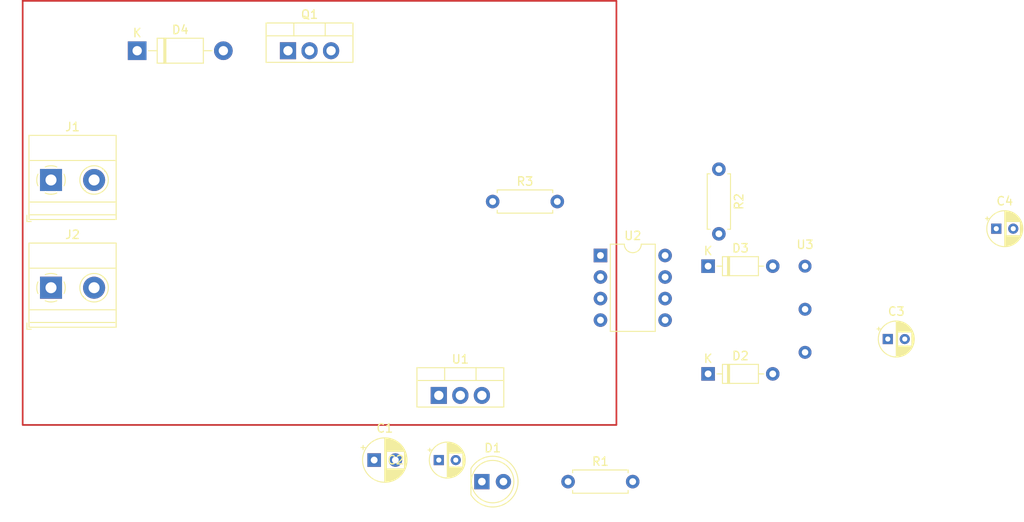
<source format=kicad_pcb>
(kicad_pcb (version 20211014) (generator pcbnew)
  (title_block (title "555-pwm-motor-driver") (date "2022-09-11") (rev "1") (company "GFW") (comment 4 "Author: Felix Gateru"))
  (layers (0 "F.Cu" signal) (31 "B.Cu" signal) (34 "B.Paste" user) (35 "F.Paste" user) (36 "B.SilkS" user "B.Silkscreen") (37 "F.SilkS" user "F.Silkscreen") (38 "B.Mask" user) (39 "F.Mask" user) (44 "Edge.Cuts" user))
  (net 0 "")
  (net 1 "12V")
  (net 2 "GND")
  (net 3 "5V")
  (net 4 "Net-(C3-Pad2)")
  (net 5 "Net-(C4-Pad1)")
  (net 6 "Net-(D1-Pad2)")
  (net 7 "Net-(D2-Pad1)")
  (net 8 "Net-(D2-Pad2)")
  (net 9 "Net-(D3-Pad2)")
  (net 10 "Net-(D4-Pad2)")
  (net 11 "Q")
  (footprint "Capacitor_THT:CP_Radial_D4.0mm_P2.00mm" (layer "F.Cu") (at 164.785026 76.86)
    (fp_text reference "C4" (at 1 -3.25) (layer "F.SilkS"))
    (fp_text value "CAP")
    (fp_line (start 1.16 -2.074) (end 1.16 2.074) (layer "F.SilkS") (width 0.12))
    (fp_line (start 2.601 0.84) (end 2.601 1.351) (layer "F.SilkS") (width 0.12))
    (fp_line (start 2.081 0.84) (end 2.081 1.785) (layer "F.SilkS") (width 0.12))
    (fp_line (start 3.001 -0.664) (end 3.001 0.664) (layer "F.SilkS") (width 0.12))
    (fp_line (start 1.44 0.84) (end 1.44 2.034) (layer "F.SilkS") (width 0.12))
    (fp_line (start 2.801 0.84) (end 2.801 1.08) (layer "F.SilkS") (width 0.12))
    (fp_line (start 1.841 -1.907) (end 1.841 -0.84) (layer "F.SilkS") (width 0.12))
    (fp_line (start 1.28 -2.062) (end 1.28 -0.84) (layer "F.SilkS") (width 0.12))
    (fp_line (start 1.4 0.84) (end 1.4 2.042) (layer "F.SilkS") (width 0.12))
    (fp_line (start 2.841 -1.013) (end 2.841 1.013) (layer "F.SilkS") (width 0.12))
    (fp_line (start 2.321 0.84) (end 2.321 1.619) (layer "F.SilkS") (width 0.12))
    (fp_line (start 1.921 0.84) (end 1.921 1.87) (layer "F.SilkS") (width 0.12))
    (fp_line (start 1.4 -2.042) (end 1.4 -0.84) (layer "F.SilkS") (width 0.12))
    (fp_line (start 1.2 -2.071) (end 1.2 -0.84) (layer "F.SilkS") (width 0.12))
    (fp_line (start 1.36 0.84) (end 1.36 2.05) (layer "F.SilkS") (width 0.12))
    (fp_line (start 2.281 0.84) (end 2.281 1.65) (layer "F.SilkS") (width 0.12))
    (fp_line (start 1.961 -1.851) (end 1.961 -0.84) (layer "F.SilkS") (width 0.12))
    (fp_line (start 2.001 0.84) (end 2.001 1.83) (layer "F.SilkS") (width 0.12))
    (fp_line (start 2.681 0.84) (end 2.681 1.254) (layer "F.SilkS") (width 0.12))
    (fp_line (start 1.841 0.84) (end 1.841 1.907) (layer "F.SilkS") (width 0.12))
    (fp_line (start 1.56 0.84) (end 1.56 2.005) (layer "F.SilkS") (width 0.12))
    (fp_line (start 1.801 0.84) (end 1.801 1.924) (layer "F.SilkS") (width 0.12))
    (fp_line (start 1.48 -2.025) (end 1.48 -0.84) (layer "F.SilkS") (width 0.12))
    (fp_line (start 2.041 0.84) (end 2.041 1.808) (layer "F.SilkS") (width 0.12))
    (fp_line (start 2.441 -1.516) (end 2.441 -0.84) (layer "F.SilkS") (width 0.12))
    (fp_line (start 1.881 -1.889) (end 1.881 -0.84) (layer "F.SilkS") (width 0.12))
    (fp_line (start 1 -2.08) (end 1 2.08) (layer "F.SilkS") (width 0.12))
    (fp_line (start 1.24 0.84) (end 1.24 2.067) (layer "F.SilkS") (width 0.12))
    (fp_line (start 1.52 -2.016) (end 1.52 -0.84) (layer "F.SilkS") (width 0.12))
    (fp_line (start 1.04 -2.08) (end 1.04 2.08) (layer "F.SilkS") (width 0.12))
    (fp_line (start 2.761 0.84) (end 2.761 1.142) (layer "F.SilkS") (width 0.12))
    (fp_line (start 1.761 -1.94) (end 1.761 -0.84) (layer "F.SilkS") (width 0.12))
    (fp_line (start -1.269801 -1.195) (end -0.869801 -1.195) (layer "F.SilkS") (width 0.12))
    (fp_line (start 2.881 -0.94) (end 2.881 0.94) (layer "F.SilkS") (width 0.12))
    (fp_line (start 2.241 0.84) (end 2.241 1.68) (layer "F.SilkS") (width 0.12))
    (fp_line (start 2.481 -1.478) (end 2.481 -0.84) (layer "F.SilkS") (width 0.12))
    (fp_line (start 2.721 -1.2) (end 2.721 -0.84) (layer "F.SilkS") (width 0.12))
    (fp_line (start 1.48 0.84) (end 1.48 2.025) (layer "F.SilkS") (width 0.12))
    (fp_line (start 2.081 -1.785) (end 2.081 -0.84) (layer "F.SilkS") (width 0.12))
    (fp_line (start 2.561 -1.396) (end 2.561 -0.84) (layer "F.SilkS") (width 0.12))
    (fp_line (start 1.2 0.84) (end 1.2 2.071) (layer "F.SilkS") (width 0.12))
    (fp_line (start 2.161 0.84) (end 2.161 1.735) (layer "F.SilkS") (width 0.12))
    (fp_line (start 2.161 -1.735) (end 2.161 -0.84) (layer "F.SilkS") (width 0.12))
    (fp_line (start 1.721 -1.954) (end 1.721 -0.84) (layer "F.SilkS") (width 0.12))
    (fp_line (start 2.401 -1.552) (end 2.401 -0.84) (layer "F.SilkS") (width 0.12))
    (fp_line (start 2.361 0.84) (end 2.361 1.587) (layer "F.SilkS") (width 0.12))
    (fp_line (start 3.081 -0.37) (end 3.081 0.37) (layer "F.SilkS") (width 0.12))
    (fp_line (start 1.64 0.84) (end 1.64 1.982) (layer "F.SilkS") (width 0.12))
    (fp_line (start 2.601 -1.351) (end 2.601 -0.84) (layer "F.SilkS") (width 0.12))
    (fp_line (start 1.32 -2.056) (end 1.32 -0.84) (layer "F.SilkS") (width 0.12))
    (fp_line (start 2.241 -1.68) (end 2.241 -0.84) (layer "F.SilkS") (width 0.12))
    (fp_line (start 2.521 -1.438) (end 2.521 -0.84) (layer "F.SilkS") (width 0.12))
    (fp_line (start 2.201 0.84) (end 2.201 1.708) (layer "F.SilkS") (width 0.12))
    (fp_line (start 2.721 0.84) (end 2.721 1.2) (layer "F.SilkS") (width 0.12))
    (fp_line (start 1.36 -2.05) (end 1.36 -0.84) (layer "F.SilkS") (width 0.12))
    (fp_line (start 2.481 0.84) (end 2.481 1.478) (layer "F.SilkS") (width 0.12))
    (fp_line (start 1.12 -2.077) (end 1.12 2.077) (layer "F.SilkS") (width 0.12))
    (fp_line (start 1.32 0.84) (end 1.32 2.056) (layer "F.SilkS") (width 0.12))
    (fp_line (start 1.68 0.84) (end 1.68 1.968) (layer "F.SilkS") (width 0.12))
    (fp_line (start 1.64 -1.982) (end 1.64 -0.84) (layer "F.SilkS") (width 0.12))
    (fp_line (start 2.281 -1.65) (end 2.281 -0.84) (layer "F.SilkS") (width 0.12))
    (fp_line (start 1.44 -2.034) (end 1.44 -0.84) (layer "F.SilkS") (width 0.12))
    (fp_line (start 2.041 -1.808) (end 2.041 -0.84) (layer "F.SilkS") (width 0.12))
    (fp_line (start 2.681 -1.254) (end 2.681 -0.84) (layer "F.SilkS") (width 0.12))
    (fp_line (start 2.641 0.84) (end 2.641 1.304) (layer "F.SilkS") (width 0.12))
    (fp_line (start 1.08 -2.079) (end 1.08 2.079) (layer "F.SilkS") (width 0.12))
    (fp_line (start 1.6 0.84) (end 1.6 1.994) (layer "F.SilkS") (width 0.12))
    (fp_line (start 2.401 0.84) (end 2.401 1.552) (layer "F.SilkS") (width 0.12))
    (fp_line (start 2.801 -1.08) (end 2.801 -0.84) (layer "F.SilkS") (width 0.12))
    (fp_line (start 1.921 -1.87) (end 1.921 -0.84) (layer "F.SilkS") (width 0.12))
    (fp_line (start 1.761 0.84) (end 1.761 1.94) (layer "F.SilkS") (width 0.12))
    (fp_line (start 1.721 0.84) (end 1.721 1.954) (layer "F.SilkS") (width 0.12))
    (fp_line (start 2.561 0.84) (end 2.561 1.396) (layer "F.SilkS") (width 0.12))
    (fp_line (start 1.56 -2.005) (end 1.56 -0.84) (layer "F.SilkS") (width 0.12))
    (fp_line (start 3.041 -0.537) (end 3.041 0.537) (layer "F.SilkS") (width 0.12))
    (fp_line (start 2.521 0.84) (end 2.521 1.438) (layer "F.SilkS") (width 0.12))
    (fp_line (start 2.121 -1.76) (end 2.121 -0.84) (layer "F.SilkS") (width 0.12))
    (fp_line (start 1.68 -1.968) (end 1.68 -0.84) (layer "F.SilkS") (width 0.12))
    (fp_line (start 2.001 -1.83) (end 2.001 -0.84) (layer "F.SilkS") (width 0.12))
    (fp_line (start -1.069801 -1.395) (end -1.069801 -0.995) (layer "F.SilkS") (width 0.12))
    (fp_line (start 2.121 0.84) (end 2.121 1.76) (layer "F.SilkS") (width 0.12))
    (fp_line (start 1.801 -1.924) (end 1.801 -0.84) (layer "F.SilkS") (width 0.12))
    (fp_line (start 1.28 0.84) (end 1.28 2.062) (layer "F.SilkS") (width 0.12))
    (fp_line (start 1.881 0.84) (end 1.881 1.889) (layer "F.SilkS") (width 0.12))
    (fp_line (start 1.6 -1.994) (end 1.6 -0.84) (layer "F.SilkS") (width 0.12))
    (fp_line (start 2.201 -1.708) (end 2.201 -0.84) (layer "F.SilkS") (width 0.12))
    (fp_line (start 1.52 0.84) (end 1.52 2.016) (layer "F.SilkS") (width 0.12))
    (fp_line (start 2.641 -1.304) (end 2.641 -0.84) (layer "F.SilkS") (width 0.12))
    (fp_line (start 2.321 -1.619) (end 2.321 -0.84) (layer "F.SilkS") (width 0.12))
    (fp_line (start 2.921 -0.859) (end 2.921 0.859) (layer "F.SilkS") (width 0.12))
    (fp_line (start 2.961 -0.768) (end 2.961 0.768) (layer "F.SilkS") (width 0.12))
    (fp_line (start 1.961 0.84) (end 1.961 1.851) (layer "F.SilkS") (width 0.12))
    (fp_line (start 2.441 0.84) (end 2.441 1.516) (layer "F.SilkS") (width 0.12))
    (fp_line (start 2.361 -1.587) (end 2.361 -0.84) (layer "F.SilkS") (width 0.12))
    (fp_line (start 1.24 -2.067) (end 1.24 -0.84) (layer "F.SilkS") (width 0.12))
    (fp_line (start 2.761 -1.142) (end 2.761 -0.84) (layer "F.SilkS") (width 0.12))
    (fp_circle (center 1 0) (end 3.12 0) (layer "F.SilkS") (width 0.12) (fill none))
    (pad "1" thru_hole rect (at 0 0) (size 1.2 1.2) (drill 0.6) (layers *.Cu *.Mask) (net 5 "Net-(C4-Pad1)"))
    (pad "2" thru_hole circle (at 2 0) (size 1.2 1.2) (drill 0.6) (layers *.Cu *.Mask) (net 2 "GND"))
  )
  (footprint "Package_TO_SOT_THT:TO-220-3_Vertical" (layer "F.Cu") (at 99.06 96.52)
    (fp_text reference "U1" (at 2.54 -4.27) (layer "F.SilkS"))
    (fp_text value "LM7805_TO220")
    (fp_line (start -2.58 1.371) (end 7.66 1.371) (layer "F.SilkS") (width 0.12))
    (fp_line (start -2.58 -1.76) (end 7.66 -1.76) (layer "F.SilkS") (width 0.12))
    (fp_line (start 7.66 -3.27) (end 7.66 1.371) (layer "F.SilkS") (width 0.12))
    (fp_line (start -2.58 -3.27) (end -2.58 1.371) (layer "F.SilkS") (width 0.12))
    (fp_line (start 4.391 -3.27) (end 4.391 -1.76) (layer "F.SilkS") (width 0.12))
    (fp_line (start 0.69 -3.27) (end 0.69 -1.76) (layer "F.SilkS") (width 0.12))
    (fp_line (start -2.58 -3.27) (end 7.66 -3.27) (layer "F.SilkS") (width 0.12))
    (pad "1" thru_hole rect (at 0 0) (size 1.905 2) (drill 1.1) (layers *.Cu *.Mask) (net 1 "12V"))
    (pad "2" thru_hole oval (at 2.54 0) (size 1.905 2) (drill 1.1) (layers *.Cu *.Mask) (net 2 "GND"))
    (pad "3" thru_hole oval (at 5.08 0) (size 1.905 2) (drill 1.1) (layers *.Cu *.Mask) (net 3 "5V"))
  )
  (footprint "Resistor_THT:R_Axial_DIN0207_L6.3mm_D2.5mm_P7.62mm_Horizontal" (layer "F.Cu") (at 105.41 73.66)
    (fp_text reference "R3" (at 3.81 -2.37) (layer "F.SilkS"))
    (fp_text value "R")
    (fp_line (start 0.54 1.37) (end 7.08 1.37) (layer "F.SilkS") (width 0.12))
    (fp_line (start 0.54 -1.04) (end 0.54 -1.37) (layer "F.SilkS") (width 0.12))
    (fp_line (start 7.08 1.37) (end 7.08 1.04) (layer "F.SilkS") (width 0.12))
    (fp_line (start 0.54 1.04) (end 0.54 1.37) (layer "F.SilkS") (width 0.12))
    (fp_line (start 0.54 -1.37) (end 7.08 -1.37) (layer "F.SilkS") (width 0.12))
    (fp_line (start 7.08 -1.37) (end 7.08 -1.04) (layer "F.SilkS") (width 0.12))
    (pad "1" thru_hole circle (at 0 0) (size 1.6 1.6) (drill 0.8) (layers *.Cu *.Mask) (net 11 "Q"))
    (pad "2" thru_hole oval (at 7.62 0) (size 1.6 1.6) (drill 0.8) (layers *.Cu *.Mask) (net 2 "GND"))
  )
  (footprint "Diode_THT:D_DO-35_SOD27_P7.62mm_Horizontal" (layer "F.Cu") (at 130.81 81.28)
    (fp_text reference "D3" (at 3.81 -2.12) (layer "F.SilkS"))
    (fp_text value "1N4148")
    (fp_text user "K" (at 0 -1.8) (layer "F.SilkS"))
    (fp_line (start 2.41 -1.12) (end 2.41 1.12) (layer "F.SilkS") (width 0.12))
    (fp_line (start 6.58 0) (end 5.93 0) (layer "F.SilkS") (width 0.12))
    (fp_line (start 1.69 -1.12) (end 1.69 1.12) (layer "F.SilkS") (width 0.12))
    (fp_line (start 2.29 -1.12) (end 2.29 1.12) (layer "F.SilkS") (width 0.12))
    (fp_line (start 5.93 1.12) (end 5.93 -1.12) (layer "F.SilkS") (width 0.12))
    (fp_line (start 5.93 -1.12) (end 1.69 -1.12) (layer "F.SilkS") (width 0.12))
    (fp_line (start 1.69 1.12) (end 5.93 1.12) (layer "F.SilkS") (width 0.12))
    (fp_line (start 2.53 -1.12) (end 2.53 1.12) (layer "F.SilkS") (width 0.12))
    (fp_line (start 1.04 0) (end 1.69 0) (layer "F.SilkS") (width 0.12))
    (pad "1" thru_hole rect (at 0 0) (size 1.6 1.6) (drill 0.8) (layers *.Cu *.Mask) (net 8 "Net-(D2-Pad2)"))
    (pad "2" thru_hole oval (at 7.62 0) (size 1.6 1.6) (drill 0.8) (layers *.Cu *.Mask) (net 9 "Net-(D3-Pad2)"))
  )
  (footprint "Resistor_THT:R_Axial_DIN0207_L6.3mm_D2.5mm_P7.62mm_Horizontal" (layer "F.Cu") (at 132.08 69.85 -90)
    (fp_text reference "R2" (at 3.81 -2.37 90) (layer "F.SilkS"))
    (fp_text value "R")
    (fp_line (start 0.54 -1.04) (end 0.54 -1.37) (layer "F.SilkS") (width 0.12))
    (fp_line (start 0.54 1.37) (end 7.08 1.37) (layer "F.SilkS") (width 0.12))
    (fp_line (start 7.08 1.37) (end 7.08 1.04) (layer "F.SilkS") (width 0.12))
    (fp_line (start 0.54 -1.37) (end 7.08 -1.37) (layer "F.SilkS") (width 0.12))
    (fp_line (start 7.08 -1.37) (end 7.08 -1.04) (layer "F.SilkS") (width 0.12))
    (fp_line (start 0.54 1.04) (end 0.54 1.37) (layer "F.SilkS") (width 0.12))
    (pad "1" thru_hole circle (at 0 0 270) (size 1.6 1.6) (drill 0.8) (layers *.Cu *.Mask) (net 3 "5V"))
    (pad "2" thru_hole oval (at 7.62 0 270) (size 1.6 1.6) (drill 0.8) (layers *.Cu *.Mask) (net 8 "Net-(D2-Pad2)"))
  )
  (footprint "Diode_THT:D_DO-35_SOD27_P7.62mm_Horizontal" (layer "F.Cu") (at 130.81 93.98)
    (fp_text reference "D2" (at 3.81 -2.12) (layer "F.SilkS"))
    (fp_text value "1N4148")
    (fp_text user "K" (at 0 -1.8) (layer "F.SilkS"))
    (fp_line (start 2.29 -1.12) (end 2.29 1.12) (layer "F.SilkS") (width 0.12))
    (fp_line (start 1.04 0) (end 1.69 0) (layer "F.SilkS") (width 0.12))
    (fp_line (start 2.53 -1.12) (end 2.53 1.12) (layer "F.SilkS") (width 0.12))
    (fp_line (start 5.93 -1.12) (end 1.69 -1.12) (layer "F.SilkS") (width 0.12))
    (fp_line (start 5.93 1.12) (end 5.93 -1.12) (layer "F.SilkS") (width 0.12))
    (fp_line (start 1.69 -1.12) (end 1.69 1.12) (layer "F.SilkS") (width 0.12))
    (fp_line (start 2.41 -1.12) (end 2.41 1.12) (layer "F.SilkS") (width 0.12))
    (fp_line (start 1.69 1.12) (end 5.93 1.12) (layer "F.SilkS") (width 0.12))
    (fp_line (start 6.58 0) (end 5.93 0) (layer "F.SilkS") (width 0.12))
    (pad "1" thru_hole rect (at 0 0) (size 1.6 1.6) (drill 0.8) (layers *.Cu *.Mask) (net 7 "Net-(D2-Pad1)"))
    (pad "2" thru_hole oval (at 7.62 0) (size 1.6 1.6) (drill 0.8) (layers *.Cu *.Mask) (net 8 "Net-(D2-Pad2)"))
  )
  (footprint "LED_THT:LED_D5.0mm" (layer "F.Cu") (at 104.14 106.68)
    (fp_text reference "D1" (at 1.27 -3.96) (layer "F.SilkS"))
    (fp_text value "LED")
    (fp_line (start -1.29 -1.545) (end -1.29 1.545) (layer "F.SilkS") (width 0.12))
    (fp_arc (start -1.29 -1.54483) (mid 2.072002 -2.880433) (end 4.26 0.000462) (layer "F.SilkS") (width 0.12))
    (fp_arc (start 4.26 -0.000462) (mid 2.072002 2.880433) (end -1.29 1.54483) (layer "F.SilkS") (width 0.12))
    (fp_circle (center 1.27 0) (end 3.77 0) (layer "F.SilkS") (width 0.12) (fill none))
    (pad "1" thru_hole rect (at 0 0) (size 1.8 1.8) (drill 0.9) (layers *.Cu *.Mask) (net 3 "5V"))
    (pad "2" thru_hole circle (at 2.54 0) (size 1.8 1.8) (drill 0.9) (layers *.Cu *.Mask) (net 6 "Net-(D1-Pad2)"))
  )
  (footprint "Capacitor_THT:CP_Radial_D4.0mm_P2.00mm" (layer "F.Cu") (at 151.995026 89.87)
    (fp_text reference "C3" (at 1 -3.25) (layer "F.SilkS"))
    (fp_text value "CAP")
    (fp_line (start 1.64 -1.982) (end 1.64 -0.84) (layer "F.SilkS") (width 0.12))
    (fp_line (start 2.081 0.84) (end 2.081 1.785) (layer "F.SilkS") (width 0.12))
    (fp_line (start 1.881 -1.889) (end 1.881 -0.84) (layer "F.SilkS") (width 0.12))
    (fp_line (start 2.801 0.84) (end 2.801 1.08) (layer "F.SilkS") (width 0.12))
    (fp_line (start 1.961 0.84) (end 1.961 1.851) (layer "F.SilkS") (width 0.12))
    (fp_line (start 1.04 -2.08) (end 1.04 2.08) (layer "F.SilkS") (width 0.12))
    (fp_line (start 2.641 0.84) (end 2.641 1.304) (layer "F.SilkS") (width 0.12))
    (fp_line (start 2.481 -1.478) (end 2.481 -0.84) (layer "F.SilkS") (width 0.12))
    (fp_line (start 2.041 -1.808) (end 2.041 -0.84) (layer "F.SilkS") (width 0.12))
    (fp_line (start 1.36 -2.05) (end 1.36 -0.84) (layer "F.SilkS") (width 0.12))
    (fp_line (start 2.201 -1.708) (end 2.201 -0.84) (layer "F.SilkS") (width 0.12))
    (fp_line (start 1.921 0.84) (end 1.921 1.87) (layer "F.SilkS") (width 0.12))
    (fp_line (start 2.401 -1.552) (end 2.401 -0.84) (layer "F.SilkS") (width 0.12))
    (fp_line (start 2.881 -0.94) (end 2.881 0.94) (layer "F.SilkS") (width 0.12))
    (fp_line (start 2.761 -1.142) (end 2.761 -0.84) (layer "F.SilkS") (width 0.12))
    (fp_line (start 2.721 0.84) (end 2.721 1.2) (layer "F.SilkS") (width 0.12))
    (fp_line (start 2.361 -1.587) (end 2.361 -0.84) (layer "F.SilkS") (width 0.12))
    (fp_line (start 2.041 0.84) (end 2.041 1.808) (layer "F.SilkS") (width 0.12))
    (fp_line (start 2.681 0.84) (end 2.681 1.254) (layer "F.SilkS") (width 0.12))
    (fp_line (start 2.481 0.84) (end 2.481 1.478) (layer "F.SilkS") (width 0.12))
    (fp_line (start 1.08 -2.079) (end 1.08 2.079) (layer "F.SilkS") (width 0.12))
    (fp_line (start 1.2 -2.071) (end 1.2 -0.84) (layer "F.SilkS") (width 0.12))
    (fp_line (start 1.28 0.84) (end 1.28 2.062) (layer "F.SilkS") (width 0.12))
    (fp_line (start 3.001 -0.664) (end 3.001 0.664) (layer "F.SilkS") (width 0.12))
    (fp_line (start 1.44 -2.034) (end 1.44 -0.84) (layer "F.SilkS") (width 0.12))
    (fp_line (start -1.069801 -1.395) (end -1.069801 -0.995) (layer "F.SilkS") (width 0.12))
    (fp_line (start 2.641 -1.304) (end 2.641 -0.84) (layer "F.SilkS") (width 0.12))
    (fp_line (start 1.32 0.84) (end 1.32 2.056) (layer "F.SilkS") (width 0.12))
    (fp_line (start 2.121 0.84) (end 2.121 1.76) (layer "F.SilkS") (width 0.12))
    (fp_line (start 2.801 -1.08) (end 2.801 -0.84) (layer "F.SilkS") (width 0.12))
    (fp_line (start 2.441 -1.516) (end 2.441 -0.84) (layer "F.SilkS") (width 0.12))
    (fp_line (start 2.281 -1.65) (end 2.281 -0.84) (layer "F.SilkS") (width 0.12))
    (fp_line (start -1.269801 -1.195) (end -0.869801 -1.195) (layer "F.SilkS") (width 0.12))
    (fp_line (start 2.241 -1.68) (end 2.241 -0.84) (layer "F.SilkS") (width 0.12))
    (fp_line (start 1.4 0.84) (end 1.4 2.042) (layer "F.SilkS") (width 0.12))
    (fp_line (start 2.721 -1.2) (end 2.721 -0.84) (layer "F.SilkS") (width 0.12))
    (fp_line (start 2.321 0.84) (end 2.321 1.619) (layer "F.SilkS") (width 0.12))
    (fp_line (start 1.841 -1.907) (end 1.841 -0.84) (layer "F.SilkS") (width 0.12))
    (fp_line (start 1.16 -2.074) (end 1.16 2.074) (layer "F.SilkS") (width 0.12))
    (fp_line (start 1.2 0.84) (end 1.2 2.071) (layer "F.SilkS") (width 0.12))
    (fp_line (start 1.12 -2.077) (end 1.12 2.077) (layer "F.SilkS") (width 0.12))
    (fp_line (start 1.48 -2.025) (end 1.48 -0.84) (layer "F.SilkS") (width 0.12))
    (fp_line (start 2.921 -0.859) (end 2.921 0.859) (layer "F.SilkS") (width 0.12))
    (fp_line (start 1.56 0.84) (end 1.56 2.005) (layer "F.SilkS") (width 0.12))
    (fp_line (start 2.521 -1.438) (end 2.521 -0.84) (layer "F.SilkS") (width 0.12))
    (fp_line (start 2.761 0.84) (end 2.761 1.142) (layer "F.SilkS") (width 0.12))
    (fp_line (start 1.52 -2.016) (end 1.52 -0.84) (layer "F.SilkS") (width 0.12))
    (fp_line (start 1.68 0.84) (end 1.68 1.968) (layer "F.SilkS") (width 0.12))
    (fp_line (start 3.041 -0.537) (end 3.041 0.537) (layer "F.SilkS") (width 0.12))
    (fp_line (start 2.121 -1.76) (end 2.121 -0.84) (layer "F.SilkS") (width 0.12))
    (fp_line (start 2.321 -1.619) (end 2.321 -0.84) (layer "F.SilkS") (width 0.12))
    (fp_line (start 1.68 -1.968) (end 1.68 -0.84) (layer "F.SilkS") (width 0.12))
    (fp_line (start 1.24 -2.067) (end 1.24 -0.84) (layer "F.SilkS") (width 0.12))
    (fp_line (start 1 -2.08) (end 1 2.08) (layer "F.SilkS") (width 0.12))
    (fp_line (start 1.6 -1.994) (end 1.6 -0.84) (layer "F.SilkS") (width 0.12))
    (fp_line (start 2.601 0.84) (end 2.601 1.351) (layer "F.SilkS") (width 0.12))
    (fp_line (start 1.24 0.84) (end 1.24 2.067) (layer "F.SilkS") (width 0.12))
    (fp_line (start 2.961 -0.768) (end 2.961 0.768) (layer "F.SilkS") (width 0.12))
    (fp_line (start 1.44 0.84) (end 1.44 2.034) (layer "F.SilkS") (width 0.12))
    (fp_line (start 2.361 0.84) (end 2.361 1.587) (layer "F.SilkS") (width 0.12))
    (fp_line (start 1.52 0.84) (end 1.52 2.016) (layer "F.SilkS") (width 0.12))
    (fp_line (start 2.601 -1.351) (end 2.601 -0.84) (layer "F.SilkS") (width 0.12))
    (fp_line (start 1.28 -2.062) (end 1.28 -0.84) (layer "F.SilkS") (width 0.12))
    (fp_line (start 2.201 0.84) (end 2.201 1.708) (layer "F.SilkS") (width 0.12))
    (fp_line (start 1.801 -1.924) (end 1.801 -0.84) (layer "F.SilkS") (width 0.12))
    (fp_line (start 2.001 0.84) (end 2.001 1.83) (layer "F.SilkS") (width 0.12))
    (fp_line (start 2.681 -1.254) (end 2.681 -0.84) (layer "F.SilkS") (width 0.12))
    (fp_line (start 1.801 0.84) (end 1.801 1.924) (layer "F.SilkS") (width 0.12))
    (fp_line (start 1.961 -1.851) (end 1.961 -0.84) (layer "F.SilkS") (width 0.12))
    (fp_line (start 2.441 0.84) (end 2.441 1.516) (layer "F.SilkS") (width 0.12))
    (fp_line (start 1.761 0.84) (end 1.761 1.94) (layer "F.SilkS") (width 0.12))
    (fp_line (start 2.561 -1.396) (end 2.561 -0.84) (layer "F.SilkS") (width 0.12))
    (fp_line (start 1.6 0.84) (end 1.6 1.994) (layer "F.SilkS") (width 0.12))
    (fp_line (start 1.56 -2.005) (end 1.56 -0.84) (layer "F.SilkS") (width 0.12))
    (fp_line (start 1.921 -1.87) (end 1.921 -0.84) (layer "F.SilkS") (width 0.12))
    (fp_line (start 2.281 0.84) (end 2.281 1.65) (layer "F.SilkS") (width 0.12))
    (fp_line (start 1.48 0.84) (end 1.48 2.025) (layer "F.SilkS") (width 0.12))
    (fp_line (start 2.001 -1.83) (end 2.001 -0.84) (layer "F.SilkS") (width 0.12))
    (fp_line (start 1.4 -2.042) (end 1.4 -0.84) (layer "F.SilkS") (width 0.12))
    (fp_line (start 1.841 0.84) (end 1.841 1.907) (layer "F.SilkS") (width 0.12))
    (fp_line (start 2.161 -1.735) (end 2.161 -0.84) (layer "F.SilkS") (width 0.12))
    (fp_line (start 2.561 0.84) (end 2.561 1.396) (layer "F.SilkS") (width 0.12))
    (fp_line (start 2.521 0.84) (end 2.521 1.438) (layer "F.SilkS") (width 0.12))
    (fp_line (start 2.841 -1.013) (end 2.841 1.013) (layer "F.SilkS") (width 0.12))
    (fp_line (start 1.761 -1.94) (end 1.761 -0.84) (layer "F.SilkS") (width 0.12))
    (fp_line (start 3.081 -0.37) (end 3.081 0.37) (layer "F.SilkS") (width 0.12))
    (fp_line (start 2.241 0.84) (end 2.241 1.68) (layer "F.SilkS") (width 0.12))
    (fp_line (start 1.721 -1.954) (end 1.721 -0.84) (layer "F.SilkS") (width 0.12))
    (fp_line (start 1.881 0.84) (end 1.881 1.889) (layer "F.SilkS") (width 0.12))
    (fp_line (start 1.36 0.84) (end 1.36 2.05) (layer "F.SilkS") (width 0.12))
    (fp_line (start 2.401 0.84) (end 2.401 1.552) (layer "F.SilkS") (width 0.12))
    (fp_line (start 1.721 0.84) (end 1.721 1.954) (layer "F.SilkS") (width 0.12))
    (fp_line (start 1.32 -2.056) (end 1.32 -0.84) (layer "F.SilkS") (width 0.12))
    (fp_line (start 2.081 -1.785) (end 2.081 -0.84) (layer "F.SilkS") (width 0.12))
    (fp_line (start 2.161 0.84) (end 2.161 1.735) (layer "F.SilkS") (width 0.12))
    (fp_line (start 1.64 0.84) (end 1.64 1.982) (layer "F.SilkS") (width 0.12))
    (fp_circle (center 1 0) (end 3.12 0) (layer "F.SilkS") (width 0.12) (fill none))
    (pad "1" thru_hole rect (at 0 0) (size 1.2 1.2) (drill 0.6) (layers *.Cu *.Mask) (net 2 "GND"))
    (pad "2" thru_hole circle (at 2 0) (size 1.2 1.2) (drill 0.6) (layers *.Cu *.Mask) (net 4 "Net-(C3-Pad2)"))
  )
  (footprint "TerminalBlock_Phoenix:TerminalBlock_Phoenix_MKDS-1,5-2-5.08_1x02_P5.08mm_Horizontal" (layer "F.Cu") (at 53.34 83.82)
    (fp_text reference "J2" (at 2.54 -6.26) (layer "F.SilkS"))
    (fp_text value "Screw_Terminal_01x02")
    (fp_line (start 3.853 1.023) (end 3.806 1.069) (layer "F.SilkS") (width 0.12))
    (fp_line (start -2.6 -5.261) (end -2.6 4.66) (layer "F.SilkS") (width 0.12))
    (fp_line (start 4.046 1.239) (end 4.011 1.274) (layer "F.SilkS") (width 0.12))
    (fp_line (start 7.68 -5.261) (end 7.68 4.66) (layer "F.SilkS") (width 0.12))
    (fp_line (start -2.84 4.9) (end -2.34 4.9) (layer "F.SilkS") (width 0.12))
    (fp_line (start -2.6 -2.301) (end 7.68 -2.301) (layer "F.SilkS") (width 0.12))
    (fp_line (start -2.6 -5.261) (end 7.68 -5.261) (layer "F.SilkS") (width 0.12))
    (fp_line (start -2.6 4.1) (end 7.68 4.1) (layer "F.SilkS") (width 0.12))
    (fp_line (start -2.6 4.66) (end 7.68 4.66) (layer "F.SilkS") (width 0.12))
    (fp_line (start -2.6 2.6) (end 7.68 2.6) (layer "F.SilkS") (width 0.12))
    (fp_line (start 6.15 -1.275) (end 6.115 -1.239) (layer "F.SilkS") (width 0.12))
    (fp_line (start -2.84 4.16) (end -2.84 4.9) (layer "F.SilkS") (width 0.12))
    (fp_line (start 6.355 -1.069) (end 6.308 -1.023) (layer "F.SilkS") (width 0.12))
    (fp_arc (start -1.535427 0.683042) (mid -1.680501 -0.000524) (end -1.535 -0.684) (layer "F.SilkS") (width 0.12))
    (fp_arc (start -0.683042 -1.535427) (mid 0.000524 -1.680501) (end 0.684 -1.535) (layer "F.SilkS") (width 0.12))
    (fp_arc (start 0.683318 1.534756) (mid 0.349292 1.643288) (end 0 1.68) (layer "F.SilkS") (width 0.12))
    (fp_arc (start 0.028805 1.680253) (mid -0.335551 1.646659) (end -0.684 1.535) (layer "F.SilkS") (width 0.12))
    (fp_arc (start 1.535427 -0.683042) (mid 1.680501 0.000524) (end 1.535 0.684) (layer "F.SilkS") (width 0.12))
    (fp_circle (center 5.08 0) (end 6.76 0) (layer "F.SilkS") (width 0.12) (fill none))
    (pad "1" thru_hole rect (at 0 0) (size 2.6 2.6) (drill 1.3) (layers *.Cu *.Mask) (net 1 "12V"))
    (pad "2" thru_hole circle (at 5.08 0) (size 2.6 2.6) (drill 1.3) (layers *.Cu *.Mask) (net 10 "Net-(D4-Pad2)"))
  )
  (footprint "TerminalBlock_Phoenix:TerminalBlock_Phoenix_MKDS-1,5-2-5.08_1x02_P5.08mm_Horizontal" (layer "F.Cu") (at 53.34 71.12)
    (fp_text reference "J1" (at 2.54 -6.26) (layer "F.SilkS"))
    (fp_text value "Screw_Terminal_01x02")
    (fp_line (start 6.15 -1.275) (end 6.115 -1.239) (layer "F.SilkS") (width 0.12))
    (fp_line (start -2.84 4.9) (end -2.34 4.9) (layer "F.SilkS") (width 0.12))
    (fp_line (start 7.68 -5.261) (end 7.68 4.66) (layer "F.SilkS") (width 0.12))
    (fp_line (start -2.6 2.6) (end 7.68 2.6) (layer "F.SilkS") (width 0.12))
    (fp_line (start 4.046 1.239) (end 4.011 1.274) (layer "F.SilkS") (width 0.12))
    (fp_line (start -2.6 -2.301) (end 7.68 -2.301) (layer "F.SilkS") (width 0.12))
    (fp_line (start 6.355 -1.069) (end 6.308 -1.023) (layer "F.SilkS") (width 0.12))
    (fp_line (start -2.6 4.1) (end 7.68 4.1) (layer "F.SilkS") (width 0.12))
    (fp_line (start -2.84 4.16) (end -2.84 4.9) (layer "F.SilkS") (width 0.12))
    (fp_line (start -2.6 -5.261) (end 7.68 -5.261) (layer "F.SilkS") (width 0.12))
    (fp_line (start -2.6 4.66) (end 7.68 4.66) (layer "F.SilkS") (width 0.12))
    (fp_line (start -2.6 -5.261) (end -2.6 4.66) (layer "F.SilkS") (width 0.12))
    (fp_line (start 3.853 1.023) (end 3.806 1.069) (layer "F.SilkS") (width 0.12))
    (fp_arc (start -1.535427 0.683042) (mid -1.680501 -0.000524) (end -1.535 -0.684) (layer "F.SilkS") (width 0.12))
    (fp_arc (start 0.028805 1.680253) (mid -0.335551 1.646659) (end -0.684 1.535) (layer "F.SilkS") (width 0.12))
    (fp_arc (start 0.683318 1.534756) (mid 0.349292 1.643288) (end 0 1.68) (layer "F.SilkS") (width 0.12))
    (fp_arc (start 1.535427 -0.683042) (mid 1.680501 0.000524) (end 1.535 0.684) (layer "F.SilkS") (width 0.12))
    (fp_arc (start -0.683042 -1.535427) (mid 0.000524 -1.680501) (end 0.684 -1.535) (layer "F.SilkS") (width 0.12))
    (fp_circle (center 5.08 0) (end 6.76 0) (layer "F.SilkS") (width 0.12) (fill none))
    (pad "1" thru_hole rect (at 0 0) (size 2.6 2.6) (drill 1.3) (layers *.Cu *.Mask) (net 2 "GND"))
    (pad "2" thru_hole circle (at 5.08 0) (size 2.6 2.6) (drill 1.3) (layers *.Cu *.Mask) (net 1 "12V"))
  )
  (footprint "Diode_THT:D_DO-41_SOD81_P10.16mm_Horizontal" (layer "F.Cu") (at 63.5 55.88)
    (fp_text reference "D4" (at 5.08 -2.47) (layer "F.SilkS"))
    (fp_text value "1N4007")
    (fp_text user "K" (at 0 -2.1) (layer "F.SilkS"))
    (fp_line (start 2.36 1.47) (end 7.8 1.47) (layer "F.SilkS") (width 0.12))
    (fp_line (start 3.38 -1.47) (end 3.38 1.47) (layer "F.SilkS") (width 0.12))
    (fp_line (start 7.8 -1.47) (end 2.36 -1.47) (layer "F.SilkS") (width 0.12))
    (fp_line (start 8.82 0) (end 7.8 0) (layer "F.SilkS") (width 0.12))
    (fp_line (start 2.36 -1.47) (end 2.36 1.47) (layer "F.SilkS") (width 0.12))
    (fp_line (start 1.34 0) (end 2.36 0) (layer "F.SilkS") (width 0.12))
    (fp_line (start 7.8 1.47) (end 7.8 -1.47) (layer "F.SilkS") (width 0.12))
    (fp_line (start 3.26 -1.47) (end 3.26 1.47) (layer "F.SilkS") (width 0.12))
    (fp_line (start 3.14 -1.47) (end 3.14 1.47) (layer "F.SilkS") (width 0.12))
    (pad "1" thru_hole rect (at 0 0) (size 2.2 2.2) (drill 1.1) (layers *.Cu *.Mask) (net 1 "12V"))
    (pad "2" thru_hole oval (at 10.16 0) (size 2.2 2.2) (drill 1.1) (layers *.Cu *.Mask) (net 10 "Net-(D4-Pad2)"))
  )
  (footprint "Resistor_THT:R_Axial_DIN0207_L6.3mm_D2.5mm_P7.62mm_Horizontal" (layer "F.Cu") (at 114.3 106.68)
    (fp_text reference "R1" (at 3.81 -2.37) (layer "F.SilkS"))
    (fp_text value "R")
    (fp_line (start 0.54 1.04) (end 0.54 1.37) (layer "F.SilkS") (width 0.12))
    (fp_line (start 7.08 1.37) (end 7.08 1.04) (layer "F.SilkS") (width 0.12))
    (fp_line (start 0.54 1.37) (end 7.08 1.37) (layer "F.SilkS") (width 0.12))
    (fp_line (start 7.08 -1.37) (end 7.08 -1.04) (layer "F.SilkS") (width 0.12))
    (fp_line (start 0.54 -1.37) (end 7.08 -1.37) (layer "F.SilkS") (width 0.12))
    (fp_line (start 0.54 -1.04) (end 0.54 -1.37) (layer "F.SilkS") (width 0.12))
    (pad "1" thru_hole circle (at 0 0) (size 1.6 1.6) (drill 0.8) (layers *.Cu *.Mask) (net 6 "Net-(D1-Pad2)"))
    (pad "2" thru_hole oval (at 7.62 0) (size 1.6 1.6) (drill 0.8) (layers *.Cu *.Mask) (net 2 "GND"))
  )
  (footprint "555-pwm-motor driver:3PIN-POT-LOCAL-5.08" (layer "F.Cu") (at 142.24 86.36)
    (fp_text reference "U3" (at 0 -7.62 unlocked) (layer "F.SilkS"))
    (fp_text value "3PIN-POT-LOCAL")
    (pad "1" thru_hole circle (at 0 -5.08) (size 1.524 1.524) (drill 0.762) (layers *.Cu *.Mask) (net 7 "Net-(D2-Pad1)"))
    (pad "2" thru_hole circle (at 0 0) (size 1.524 1.524) (drill 0.762) (layers *.Cu *.Mask) (net 5 "Net-(C4-Pad1)"))
    (pad "3" thru_hole circle (at 0 5.08) (size 1.524 1.524) (drill 0.762) (layers *.Cu *.Mask) (net 9 "Net-(D3-Pad2)"))
  )
  (footprint "Capacitor_THT:CP_Radial_D5.0mm_P2.50mm" (layer "F.Cu") (at 91.44 104.14)
    (fp_text reference "C1" (at 1.25 -3.75) (layer "F.SilkS"))
    (fp_text value "CAP")
    (fp_line (start 1.69 -2.543) (end 1.69 -1.04) (layer "F.SilkS") (width 0.12))
    (fp_line (start 1.25 -2.58) (end 1.25 2.58) (layer "F.SilkS") (width 0.12))
    (fp_line (start 2.011 -2.468) (end 2.011 -1.04) (layer "F.SilkS") (width 0.12))
    (fp_line (start 1.85 -2.511) (end 1.85 -1.04) (layer "F.SilkS") (width 0.12))
    (fp_line (start 3.451 1.04) (end 3.451 1.383) (layer "F.SilkS") (width 0.12))
    (fp_line (start 2.931 -1.971) (end 2.931 -1.04) (layer "F.SilkS") (width 0.12))
    (fp_line (start 2.891 -2.004) (end 2.891 -1.04) (layer "F.SilkS") (width 0.12))
    (fp_line (start 1.49 1.04) (end 1.49 2.569) (layer "F.SilkS") (width 0.12))
    (fp_line (start 3.851 -0.284) (end 3.851 0.284) (layer "F.SilkS") (width 0.12))
    (fp_line (start 1.61 1.04) (end 1.61 2.556) (layer "F.SilkS") (width 0.12))
    (fp_line (start 2.291 -2.365) (end 2.291 -1.04) (layer "F.SilkS") (width 0.12))
    (fp_line (start 2.131 1.04) (end 2.131 2.428) (layer "F.SilkS") (width 0.12))
    (fp_line (start 1.89 -2.501) (end 1.89 -1.04) (layer "F.SilkS") (width 0.12))
    (fp_line (start 1.69 1.04) (end 1.69 2.543) (layer "F.SilkS") (width 0.12))
    (fp_line (start 2.531 1.04) (end 2.531 2.247) (layer "F.SilkS") (width 0.12))
    (fp_line (start 3.331 1.04) (end 3.331 1.554) (layer "F.SilkS") (width 0.12))
    (fp_line (start 3.171 -1.743) (end 3.171 -1.04) (layer "F.SilkS") (width 0.12))
    (fp_line (start 1.53 -2.565) (end 1.53 -1.04) (layer "F.SilkS") (width 0.12))
    (fp_line (start 2.251 1.04) (end 2.251 2.382) (layer "F.SilkS") (width 0.12))
    (fp_line (start 2.211 1.04) (end 2.211 2.398) (layer "F.SilkS") (width 0.12))
    (fp_line (start 1.81 -2.52) (end 1.81 -1.04) (layer "F.SilkS") (width 0.12))
    (fp_line (start 1.57 -2.561) (end 1.57 -1.04) (layer "F.SilkS") (width 0.12))
    (fp_line (start 3.531 -1.251) (end 3.531 -1.04) (layer "F.SilkS") (width 0.12))
    (fp_line (start 2.651 1.04) (end 2.651 2.175) (layer "F.SilkS") (width 0.12))
    (fp_line (start 2.171 1.04) (end 2.171 2.414) (layer "F.SilkS") (width 0.12))
    (fp_line (start -1.554775 -1.475) (end -1.054775 -1.475) (layer "F.SilkS") (width 0.12))
    (fp_line (start 2.571 1.04) (end 2.571 2.224) (layer "F.SilkS") (width 0.12))
    (fp_line (start 3.051 1.04) (end 3.051 1.864) (layer "F.SilkS") (width 0.12))
    (fp_line (start 2.051 -2.455) (end 2.051 -1.04) (layer "F.SilkS") (width 0.12))
    (fp_line (start 3.371 -1.5) (end 3.371 -1.04) (layer "F.SilkS") (width 0.12))
    (fp_line (start 2.291 1.04) (end 2.291 2.365) (layer "F.SilkS") (width 0.12))
    (fp_line (start -1.304775 -1.725) (end -1.304775 -1.225) (layer "F.SilkS") (width 0.12))
    (fp_line (start 3.491 1.04) (end 3.491 1.319) (layer "F.SilkS") (width 0.12))
    (fp_line (start 1.53 1.04) (end 1.53 2.565) (layer "F.SilkS") (width 0.12))
    (fp_line (start 2.571 -2.224) (end 2.571 -1.04) (layer "F.SilkS") (width 0.12))
    (fp_line (start 3.291 -1.605) (end 3.291 -1.04) (layer "F.SilkS") (width 0.12))
    (fp_line (start 1.93 1.04) (end 1.93 2.491) (layer "F.SilkS") (width 0.12))
    (fp_line (start 1.37 -2.578) (end 1.37 2.578) (layer "F.SilkS") (width 0.12))
    (fp_line (start 1.85 1.04) (end 1.85 2.511) (layer "F.SilkS") (width 0.12))
    (fp_line (start 2.371 1.04) (end 2.371 2.329) (layer "F.SilkS") (width 0.12))
    (fp_line (start 3.171 1.04) (end 3.171 1.743) (layer "F.SilkS") (width 0.12))
    (fp_line (start 2.131 -2.428) (end 2.131 -1.04) (layer "F.SilkS") (width 0.12))
    (fp_line (start 3.731 -0.805) (end 3.731 0.805) (layer "F.SilkS") (width 0.12))
    (fp_line (start 3.811 -0.518) (end 3.811 0.518) (layer "F.SilkS") (width 0.12))
    (fp_line (start 1.65 -2.55) (end 1.65 -1.04) (layer "F.SilkS") (width 0.12))
    (fp_line (start 1.77 1.04) (end 1.77 2.528) (layer "F.SilkS") (width 0.12))
    (fp_line (start 3.211 -1.699) (end 3.211 -1.04) (layer "F.SilkS") (width 0.12))
    (fp_line (start 2.011 1.04) (end 2.011 2.468) (layer "F.SilkS") (width 0.12))
    (fp_line (start 3.611 -1.098) (end 3.611 1.098) (layer "F.SilkS") (width 0.12))
    (fp_line (start 1.93 -2.491) (end 1.93 -1.04) (layer "F.SilkS") (width 0.12))
    (fp_line (start 1.49 -2.569) (end 1.49 -1.04) (layer "F.SilkS") (width 0.12))
    (fp_line (start 2.211 -2.398) (end 2.211 -1.04) (layer "F.SilkS") (width 0.12))
    (fp_line (start 2.811 1.04) (end 2.811 2.065) (layer "F.SilkS") (width 0.12))
    (fp_line (start 1.971 -2.48) (end 1.971 -1.04) (layer "F.SilkS") (width 0.12))
    (fp_line (start 1.33 -2.579) (end 1.33 2.579) (layer "F.SilkS") (width 0.12))
    (fp_line (start 2.531 -2.247) (end 2.531 -1.04) (layer "F.SilkS") (width 0.12))
    (fp_line (start 2.971 1.04) (end 2.971 1.937) (layer "F.SilkS") (width 0.12))
    (fp_line (start 1.89 1.04) (end 1.89 2.501) (layer "F.SilkS") (width 0.12))
    (fp_line (start 2.771 -2.095) (end 2.771 -1.04) (layer "F.SilkS") (width 0.12))
    (fp_line (start 1.81 1.04) (end 1.81 2.52) (layer "F.SilkS") (width 0.12))
    (fp_line (start 3.011 -1.901) (end 3.011 -1.04) (layer "F.SilkS") (width 0.12))
    (fp_line (start 3.451 -1.383) (end 3.451 -1.04) (layer "F.SilkS") (width 0.12))
    (fp_line (start 3.331 -1.554) (end 3.331 -1.04) (layer "F.SilkS") (width 0.12))
    (fp_line (start 2.931 1.04) (end 2.931 1.971) (layer "F.SilkS") (width 0.12))
    (fp_line (start 1.971 1.04) (end 1.971 2.48) (layer "F.SilkS") (width 0.12))
    (fp_line (start 2.451 -2.29) (end 2.451 -1.04) (layer "F.SilkS") (width 0.12))
    (fp_line (start 1.29 -2.58) (end 1.29 2.58) (layer "F.SilkS") (width 0.12))
    (fp_line (start 2.771 1.04) (end 2.771 2.095) (layer "F.SilkS") (width 0.12))
    (fp_line (start 2.091 -2.442) (end 2.091 -1.04) (layer "F.SilkS") (width 0.12))
    (fp_line (start 2.331 -2.348) (end 2.331 -1.04) (layer "F.SilkS") (width 0.12))
    (fp_line (start 2.251 -2.382) (end 2.251 -1.04) (layer "F.SilkS") (width 0.12))
    (fp_line (start 2.331 1.04) (end 2.331 2.348) (layer "F.SilkS") (width 0.12))
    (fp_line (start 3.051 -1.864) (end 3.051 -1.04) (layer "F.SilkS") (width 0.12))
    (fp_line (start 3.211 1.04) (end 3.211 1.699) (layer "F.SilkS") (width 0.12))
    (fp_line (start 2.731 -2.122) (end 2.731 -1.04) (layer "F.SilkS") (width 0.12))
    (fp_line (start 2.691 -2.149) (end 2.691 -1.04) (layer "F.SilkS") (width 0.12))
    (fp_line (start 2.691 1.04) (end 2.691 2.149) (layer "F.SilkS") (width 0.12))
    (fp_line (start 1.45 -2.573) (end 1.45 2.573) (layer "F.SilkS") (width 0.12))
    (fp_line (start 3.291 1.04) (end 3.291 1.605) (layer "F.SilkS") (width 0.12))
    (fp_line (start 3.411 -1.443) (end 3.411 -1.04) (layer "F.SilkS") (width 0.12))
    (fp_line (start 2.171 -2.414) (end 2.171 -1.04) (layer "F.SilkS") (width 0.12))
    (fp_line (start 2.891 1.04) (end 2.891 2.004) (layer "F.SilkS") (width 0.12))
    (fp_line (start 1.73 1.04) (end 1.73 2.536) (layer "F.SilkS") (width 0.12))
    (fp_line (start 1.65 1.04) (end 1.65 2.55) (layer "F.SilkS") (width 0.12))
    (fp_line (start 2.971 -1.937) (end 2.971 -1.04) (layer "F.SilkS") (width 0.12))
    (fp_line (start 3.691 -0.915) (end 3.691 0.915) (layer "F.SilkS") (width 0.12))
    (fp_line (start 1.73 -2.536) (end 1.73 -1.04) (layer "F.SilkS") (width 0.12))
    (fp_line (start 3.091 -1.826) (end 3.091 -1.04) (layer "F.SilkS") (width 0.12))
    (fp_line (start 1.61 -2.556) (end 1.61 -1.04) (layer "F.SilkS") (width 0.12))
    (fp_line (start 2.651 -2.175) (end 2.651 -1.04) (layer "F.SilkS") (width 0.12))
    (fp_line (start 3.091 1.04) (end 3.091 1.826) (layer "F.SilkS") (width 0.12))
    (fp_line (start 2.451 1.04) (end 2.451 2.29) (layer "F.SilkS") (width 0.12))
    (fp_line (start 2.611 1.04) (end 2.611 2.2) (layer "F.SilkS") (width 0.12))
    (fp_line (start 3.531 1.04) (end 3.531 1.251) (layer "F.SilkS") (width 0.12))
    (fp_line (start 2.411 1.04) (end 2.411 2.31) (layer "F.SilkS") (width 0.12))
    (fp_line (start 3.251 -1.653) (end 3.251 -1.04) (layer "F.SilkS") (width 0.12))
    (fp_line (start 3.411 1.04) (end 3.411 1.443) (layer "F.SilkS") (width 0.12))
    (fp_line (start 3.571 -1.178) (end 3.571 1.178) (layer "F.SilkS") (width 0.12))
    (fp_line (start 2.411 -2.31) (end 2.411 -1.04) (layer "F.SilkS") (width 0.12))
    (fp_line (start 2.811 -2.065) (end 2.811 -1.04) (layer "F.SilkS") (width 0.12))
    (fp_line (start 2.491 -2.268) (end 2.491 -1.04) (layer "F.SilkS") (width 0.12))
    (fp_line (start 3.771 -0.677) (end 3.771 0.677) (layer "F.SilkS") (width 0.12))
    (fp_line (start 2.091 1.04) (end 2.091 2.442) (layer "F.SilkS") (width 0.12))
    (fp_line (start 3.011 1.04) (end 3.011 1.901) (layer "F.SilkS") (width 0.12))
    (fp_line (start 2.851 1.04) (end 2.851 2.035) (layer "F.SilkS") (width 0.12))
    (fp_line (start 3.131 -1.785) (end 3.131 -1.04) (layer "F.SilkS") (width 0.12))
    (fp_line (start 3.651 -1.011) (end 3.651 1.011) (layer "F.SilkS") (width 0.12))
    (fp_line (start 2.611 -2.2) (end 2.611 -1.04) (layer "F.SilkS") (width 0.12))
    (fp_line (start 3.371 1.04) (end 3.371 1.5) (layer "F.SilkS") (width 0.12))
    (fp_line (start 3.491 -1.319) (end 3.491 -1.04) (layer "F.SilkS") (width 0.12))
    (fp_line (start 2.051 1.04) (end 2.051 2.455) (layer "F.SilkS") (width 0.12))
    (fp_line (start 1.57 1.04) (end 1.57 2.561) (layer "F.SilkS") (width 0.12))
    (fp_line (start 2.491 1.04) (end 2.491 2.268) (layer "F.SilkS") (width 0.12))
    (fp_line (start 3.131 1.04) (end 3.131 1.785) (layer "F.SilkS") (width 0.12))
    (fp_line (start 2.851 -2.035) (end 2.851 -1.04) (layer "F.SilkS") (width 0.12))
    (fp_line (start 3.251 1.04) (end 3.251 1.653) (layer "F.SilkS") (width 0.12))
    (fp_line (start 2.731 1.04) (end 2.731 2.122) (layer "F.SilkS") (width 0.12))
    (fp_line (start 2.371 -2.329) (end 2.371 -1.04) (layer "F.SilkS") (width 0.12))
    (fp_line (start 1.41 -2.576) (end 1.41 2.576) (layer "F.SilkS") (width 0.12))
    (fp_line (start 1.77 -2.528) (end 1.77 -1.04) (layer "F.SilkS") (width 0.12))
    (fp_circle (center 1.25 0) (end 3.87 0) (layer "F.SilkS") (width 0.12) (fill none))
    (pad "1" thru_hole rect (at 0 0) (size 1.6 1.6) (drill 0.8) (layers *.Cu *.Mask) (net 1 "12V"))
    (pad "2" thru_hole circle (at 2.5 0) (size 1.6 1.6) (drill 0.8) (layers *.Cu *.Mask) (net 2 "GND"))
  )
  (footprint "Package_DIP:DIP-8_W7.62mm" (layer "F.Cu") (at 118.12 80.02)
    (fp_text reference "U2" (at 3.81 -2.33) (layer "F.SilkS"))
    (fp_text value "SE555P")
    (fp_line (start 6.46 8.95) (end 6.46 -1.33) (layer "F.SilkS") (width 0.12))
    (fp_line (start 6.46 -1.33) (end 4.81 -1.33) (layer "F.SilkS") (width 0.12))
    (fp_line (start 1.16 -1.33) (end 1.16 8.95) (layer "F.SilkS") (width 0.12))
    (fp_line (start 2.81 -1.33) (end 1.16 -1.33) (layer "F.SilkS") (width 0.12))
    (fp_line (start 1.16 8.95) (end 6.46 8.95) (layer "F.SilkS") (width 0.12))
    (fp_arc (start 4.81 -1.33) (mid 3.81 -0.33) (end 2.81 -1.33) (layer "F.SilkS") (width 0.12))
    (pad "1" thru_hole rect (at 0 0) (size 1.6 1.6) (drill 0.8) (layers *.Cu *.Mask) (net 2 "GND"))
    (pad "2" thru_hole oval (at 0 2.54) (size 1.6 1.6) (drill 0.8) (layers *.Cu *.Mask) (net 5 "Net-(C4-Pad1)"))
    (pad "3" thru_hole oval (at 0 5.08) (size 1.6 1.6) (drill 0.8) (layers *.Cu *.Mask) (net 11 "Q"))
    (pad "4" thru_hole oval (at 0 7.62) (size 1.6 1.6) (drill 0.8) (layers *.Cu *.Mask) (net 3 "5V"))
    (pad "5" thru_hole oval (at 7.62 7.62) (size 1.6 1.6) (drill 0.8) (layers *.Cu *.Mask) (net 4 "Net-(C3-Pad2)"))
    (pad "6" thru_hole oval (at 7.62 5.08) (size 1.6 1.6) (drill 0.8) (layers *.Cu *.Mask) (net 5 "Net-(C4-Pad1)"))
    (pad "7" thru_hole oval (at 7.62 2.54) (size 1.6 1.6) (drill 0.8) (layers *.Cu *.Mask) (net 8 "Net-(D2-Pad2)"))
    (pad "8" thru_hole oval (at 7.62 0) (size 1.6 1.6) (drill 0.8) (layers *.Cu *.Mask) (net 3 "5V"))
  )
  (footprint "Capacitor_THT:CP_Radial_D4.0mm_P2.00mm" (layer "F.Cu") (at 99.06 104.14)
    (fp_text reference "C2" (at -5.08 0) (layer "F.SilkS"))
    (fp_text value "CAP")
    (fp_line (start 2.961 -0.768) (end 2.961 0.768) (layer "F.SilkS") (width 0.12))
    (fp_line (start 1.24 -2.067) (end 1.24 -0.84) (layer "F.SilkS") (width 0.12))
    (fp_line (start 1.841 0.84) (end 1.841 1.907) (layer "F.SilkS") (width 0.12))
    (fp_line (start 2.881 -0.94) (end 2.881 0.94) (layer "F.SilkS") (width 0.12))
    (fp_line (start 2.441 -1.516) (end 2.441 -0.84) (layer "F.SilkS") (width 0.12))
    (fp_line (start 1.921 -1.87) (end 1.921 -0.84) (layer "F.SilkS") (width 0.12))
    (fp_line (start 1.881 0.84) (end 1.881 1.889) (layer "F.SilkS") (width 0.12))
    (fp_line (start 1.961 -1.851) (end 1.961 -0.84) (layer "F.SilkS") (width 0.12))
    (fp_line (start 1.2 0.84) (end 1.2 2.071) (layer "F.SilkS") (width 0.12))
    (fp_line (start 1.56 -2.005) (end 1.56 -0.84) (layer "F.SilkS") (width 0.12))
    (fp_line (start 2.361 -1.587) (end 2.361 -0.84) (layer "F.SilkS") (width 0.12))
    (fp_line (start 2.921 -0.859) (end 2.921 0.859) (layer "F.SilkS") (width 0.12))
    (fp_line (start 2.041 -1.808) (end 2.041 -0.84) (layer "F.SilkS") (width 0.12))
    (fp_line (start 1.52 -2.016) (end 1.52 -0.84) (layer "F.SilkS") (width 0.12))
    (fp_line (start 2.801 -1.08) (end 2.801 -0.84) (layer "F.SilkS") (width 0.12))
    (fp_line (start 2.721 0.84) (end 2.721 1.2) (layer "F.SilkS") (width 0.12))
    (fp_line (start 1.4 0.84) (end 1.4 2.042) (layer "F.SilkS") (width 0.12))
    (fp_line (start 1.12 -2.077) (end 1.12 2.077) (layer "F.SilkS") (width 0.12))
    (fp_line (start 1.64 0.84) (end 1.64 1.982) (layer "F.SilkS") (width 0.12))
    (fp_line (start 2.561 0.84) (end 2.561 1.396) (layer "F.SilkS") (width 0.12))
    (fp_line (start 1.4 -2.042) (end 1.4 -0.84) (layer "F.SilkS") (width 0.12))
    (fp_line (start 2.041 0.84) (end 2.041 1.808) (layer "F.SilkS") (width 0.12))
    (fp_line (start 2.761 0.84) (end 2.761 1.142) (layer "F.SilkS") (width 0.12))
    (fp_line (start 1.48 -2.025) (end 1.48 -0.84) (layer "F.SilkS") (width 0.12))
    (fp_line (start 1.68 -1.968) (end 1.68 -0.84) (layer "F.SilkS") (width 0.12))
    (fp_line (start 2.681 -1.254) (end 2.681 -0.84) (layer "F.SilkS") (width 0.12))
    (fp_line (start 2.561 -1.396) (end 2.561 -0.84) (layer "F.SilkS") (width 0.12))
    (fp_line (start 1.48 0.84) (end 1.48 2.025) (layer "F.SilkS") (width 0.12))
    (fp_line (start 1.32 -2.056) (end 1.32 -0.84) (layer "F.SilkS") (width 0.12))
    (fp_line (start 1.28 0.84) (end 1.28 2.062) (layer "F.SilkS") (width 0.12))
    (fp_line (start 2.241 0.84) (end 2.241 1.68) (layer "F.SilkS") (width 0.12))
    (fp_line (start 2.481 0.84) (end 2.481 1.478) (layer "F.SilkS") (width 0.12))
    (fp_line (start 1.921 0.84) (end 1.921 1.87) (layer "F.SilkS") (width 0.12))
    (fp_line (start 2.321 -1.619) (end 2.321 -0.84) (layer "F.SilkS") (width 0.12))
    (fp_line (start 1.801 -1.924) (end 1.801 -0.84) (layer "F.SilkS") (width 0.12))
    (fp_line (start 2.441 0.84) (end 2.441 1.516) (layer "F.SilkS") (width 0.12))
    (fp_line (start 1.36 -2.05) (end 1.36 -0.84) (layer "F.SilkS") (width 0.12))
    (fp_line (start 2.001 0.84) (end 2.001 1.83) (layer "F.SilkS") (width 0.12))
    (fp_line (start 3.081 -0.37) (end 3.081 0.37) (layer "F.SilkS") (width 0.12))
    (fp_line (start 2.801 0.84) (end 2.801 1.08) (layer "F.SilkS") (width 0.12))
    (fp_line (start 1.2 -2.071) (end 1.2 -0.84) (layer "F.SilkS") (width 0.12))
    (fp_line (start 1.64 -1.982) (end 1.64 -0.84) (layer "F.SilkS") (width 0.12))
    (fp_line (start 1.721 -1.954) (end 1.721 -0.84) (layer "F.SilkS") (width 0.12))
    (fp_line (start 1.44 0.84) (end 1.44 2.034) (layer "F.SilkS") (width 0.12))
    (fp_line (start 2.281 -1.65) (end 2.281 -0.84) (layer "F.SilkS") (width 0.12))
    (fp_line (start 3.001 -0.664) (end 3.001 0.664) (layer "F.SilkS") (width 0.12))
    (fp_line (start 2.001 -1.83) (end 2.001 -0.84) (layer "F.SilkS") (width 0.12))
    (fp_line (start 2.161 -1.735) (end 2.161 -0.84) (layer "F.SilkS") (width 0.12))
    (fp_line (start 1.56 0.84) (end 1.56 2.005) (layer "F.SilkS") (width 0.12))
    (fp_line (start 2.321 0.84) (end 2.321 1.619) (layer "F.SilkS") (width 0.12))
    (fp_line (start 2.081 -1.785) (end 2.081 -0.84) (layer "F.SilkS") (width 0.12))
    (fp_line (start 2.601 -1.351) (end 2.601 -0.84) (layer "F.SilkS") (width 0.12))
    (fp_line (start 2.521 -1.438) (end 2.521 -0.84) (layer "F.SilkS") (width 0.12))
    (fp_line (start 2.201 0.84) (end 2.201 1.708) (layer "F.SilkS") (width 0.12))
    (fp_line (start 2.121 0.84) (end 2.121 1.76) (layer "F.SilkS") (width 0.12))
    (fp_line (start 1.04 -2.08) (end 1.04 2.08) (layer "F.SilkS") (width 0.12))
    (fp_line (start 2.281 0.84) (end 2.281 1.65) (layer "F.SilkS") (width 0.12))
    (fp_line (start 1.44 -2.034) (end 1.44 -0.84) (layer "F.SilkS") (width 0.12))
    (fp_line (start 2.841 -1.013) (end 2.841 1.013) (layer "F.SilkS") (width 0.12))
    (fp_line (start 1.761 -1.94) (end 1.761 -0.84) (layer "F.SilkS") (width 0.12))
    (fp_line (start 1 -2.08) (end 1 2.08) (layer "F.SilkS") (width 0.12))
    (fp_line (start -1.069801 -1.395) (end -1.069801 -0.995) (layer "F.SilkS") (width 0.12))
    (fp_line (start 1.881 -1.889) (end 1.881 -0.84) (layer "F.SilkS") (width 0.12))
    (fp_line (start 1.08 -2.079) (end 1.08 2.079) (layer "F.SilkS") (width 0.12))
    (fp_line (start 1.721 0.84) (end 1.721 1.954) (layer "F.SilkS") (width 0.12))
    (fp_line (start -1.269801 -1.195) (end -0.869801 -1.195) (layer "F.SilkS") (width 0.12))
    (fp_line (start 2.121 -1.76) (end 2.121 -0.84) (layer "F.SilkS") (width 0.12))
    (fp_line (start 1.28 -2.062) (end 1.28 -0.84) (layer "F.SilkS") (width 0.12))
    (fp_line (start 2.161 0.84) (end 2.161 1.735) (layer "F.SilkS") (width 0.12))
    (fp_line (start 3.041 -0.537) (end 3.041 0.537) (layer "F.SilkS") (width 0.12))
    (fp_line (start 2.481 -1.478) (end 2.481 -0.84) (layer "F.SilkS") (width 0.12))
    (fp_line (start 1.52 0.84) (end 1.52 2.016) (layer "F.SilkS") (width 0.12))
    (fp_line (start 2.401 0.84) (end 2.401 1.552) (layer "F.SilkS") (width 0.12))
    (fp_line (start 2.521 0.84) (end 2.521 1.438) (layer "F.SilkS") (width 0.12))
    (fp_line (start 1.761 0.84) (end 1.761 1.94) (layer "F.SilkS") (width 0.12))
    (fp_line (start 1.36 0.84) (end 1.36 2.05) (layer "F.SilkS") (width 0.12))
    (fp_line (start 2.681 0.84) (end 2.681 1.254) (layer "F.SilkS") (width 0.12))
    (fp_line (start 1.6 0.84) (end 1.6 1.994) (layer "F.SilkS") (width 0.12))
    (fp_line (start 2.721 -1.2) (end 2.721 -0.84) (layer "F.SilkS") (width 0.12))
    (fp_line (start 2.601 0.84) (end 2.601 1.351) (layer "F.SilkS") (width 0.12))
    (fp_line (start 2.241 -1.68) (end 2.241 -0.84) (layer "F.SilkS") (width 0.12))
    (fp_line (start 1.16 -2.074) (end 1.16 2.074) (layer "F.SilkS") (width 0.12))
    (fp_line (start 1.24 0.84) (end 1.24 2.067) (layer "F.SilkS") (width 0.12))
    (fp_line (start 2.401 -1.552) (end 2.401 -0.84) (layer "F.SilkS") (width 0.12))
    (fp_line (start 2.081 0.84) (end 2.081 1.785) (layer "F.SilkS") (width 0.12))
    (fp_line (start 1.801 0.84) (end 1.801 1.924) (layer "F.SilkS") (width 0.12))
    (fp_line (start 1.6 -1.994) (end 1.6 -0.84) (layer "F.SilkS") (width 0.12))
    (fp_line (start 2.761 -1.142) (end 2.761 -0.84) (layer "F.SilkS") (width 0.12))
    (fp_line (start 2.641 0.84) (end 2.641 1.304) (layer "F.SilkS") (width 0.12))
    (fp_line (start 2.361 0.84) (end 2.361 1.587) (layer "F.SilkS") (width 0.12))
    (fp_line (start 1.841 -1.907) (end 1.841 -0.84) (layer "F.SilkS") (width 0.12))
    (fp_line (start 2.641 -1.304) (end 2.641 -0.84) (layer "F.SilkS") (width 0.12))
    (fp_line (start 1.68 0.84) (end 1.68 1.968) (layer "F.SilkS") (width 0.12))
    (fp_line (start 2.201 -1.708) (end 2.201 -0.84) (layer "F.SilkS") (width 0.12))
    (fp_line (start 1.32 0.84) (end 1.32 2.056) (layer "F.SilkS") (width 0.12))
    (fp_line (start 1.961 0.84) (end 1.961 1.851) (layer "F.SilkS") (width 0.12))
    (fp_circle (center 1 0) (end 3.12 0) (layer "F.SilkS") (width 0.12) (fill none))
    (pad "1" thru_hole rect (at 0 0) (size 1.2 1.2) (drill 0.6) (layers *.Cu *.Mask) (net 3 "5V"))
    (pad "2" thru_hole circle (at 2 0) (size 1.2 1.2) (drill 0.6) (layers *.Cu *.Mask) (net 2 "GND"))
  )
  (footprint "Package_TO_SOT_THT:TO-220-3_Vertical" (layer "F.Cu") (at 81.28 55.88)
    (fp_text reference "Q1" (at 2.54 -4.27) (layer "F.SilkS"))
    (fp_text value "IRLZ44N")
    (fp_line (start -2.58 -3.27) (end 7.66 -3.27) (layer "F.SilkS") (width 0.12))
    (fp_line (start 0.69 -3.27) (end 0.69 -1.76) (layer "F.SilkS") (width 0.12))
    (fp_line (start 7.66 -3.27) (end 7.66 1.371) (layer "F.SilkS") (width 0.12))
    (fp_line (start -2.58 1.371) (end 7.66 1.371) (layer "F.SilkS") (width 0.12))
    (fp_line (start -2.58 -1.76) (end 7.66 -1.76) (layer "F.SilkS") (width 0.12))
    (fp_line (start 4.391 -3.27) (end 4.391 -1.76) (layer "F.SilkS") (width 0.12))
    (fp_line (start -2.58 -3.27) (end -2.58 1.371) (layer "F.SilkS") (width 0.12))
    (pad "1" thru_hole rect (at 0 0) (size 1.905 2) (drill 1.1) (layers *.Cu *.Mask) (net 11 "Q"))
    (pad "2" thru_hole oval (at 2.54 0) (size 1.905 2) (drill 1.1) (layers *.Cu *.Mask) (net 10 "Net-(D4-Pad2)"))
    (pad "3" thru_hole oval (at 5.08 0) (size 1.905 2) (drill 1.1) (layers *.Cu *.Mask) (net 2 "GND"))
  )
  (gr_rect (start 50 50) (end 120 100) (layer "F.Cu") (width 0.2) (fill none))
)
</source>
